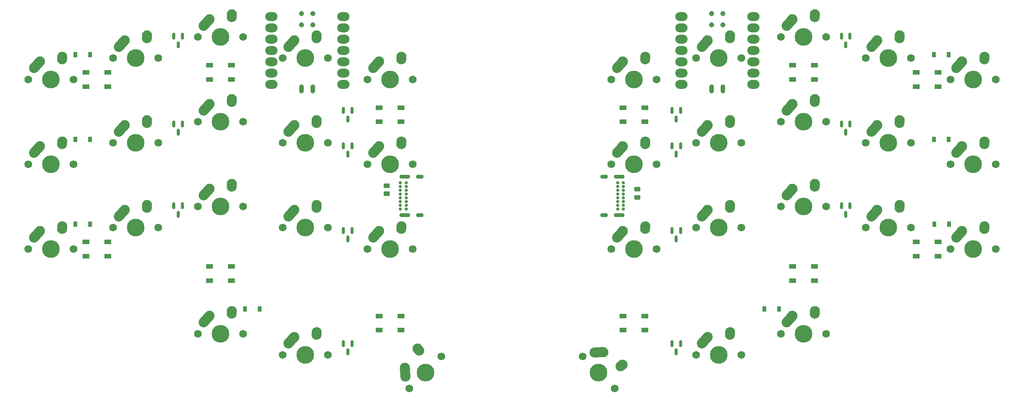
<source format=gbs>
%TF.GenerationSoftware,KiCad,Pcbnew,(5.99.0-13276-g0b59246279)*%
%TF.CreationDate,2021-11-22T01:28:44-07:00*%
%TF.ProjectId,sui,7375692e-6b69-4636-9164-5f7063625858,1*%
%TF.SameCoordinates,Original*%
%TF.FileFunction,Soldermask,Bot*%
%TF.FilePolarity,Negative*%
%FSLAX46Y46*%
G04 Gerber Fmt 4.6, Leading zero omitted, Abs format (unit mm)*
G04 Created by KiCad (PCBNEW (5.99.0-13276-g0b59246279)) date 2021-11-22 01:28:44*
%MOMM*%
%LPD*%
G01*
G04 APERTURE LIST*
G04 Aperture macros list*
%AMRoundRect*
0 Rectangle with rounded corners*
0 $1 Rounding radius*
0 $2 $3 $4 $5 $6 $7 $8 $9 X,Y pos of 4 corners*
0 Add a 4 corners polygon primitive as box body*
4,1,4,$2,$3,$4,$5,$6,$7,$8,$9,$2,$3,0*
0 Add four circle primitives for the rounded corners*
1,1,$1+$1,$2,$3*
1,1,$1+$1,$4,$5*
1,1,$1+$1,$6,$7*
1,1,$1+$1,$8,$9*
0 Add four rect primitives between the rounded corners*
20,1,$1+$1,$2,$3,$4,$5,0*
20,1,$1+$1,$4,$5,$6,$7,0*
20,1,$1+$1,$6,$7,$8,$9,0*
20,1,$1+$1,$8,$9,$2,$3,0*%
%AMHorizOval*
0 Thick line with rounded ends*
0 $1 width*
0 $2 $3 position (X,Y) of the first rounded end (center of the circle)*
0 $4 $5 position (X,Y) of the second rounded end (center of the circle)*
0 Add line between two ends*
20,1,$1,$2,$3,$4,$5,0*
0 Add two circle primitives to create the rounded ends*
1,1,$1,$2,$3*
1,1,$1,$4,$5*%
G04 Aperture macros list end*
%ADD10C,3.987800*%
%ADD11C,1.750000*%
%ADD12C,2.250000*%
%ADD13HorizOval,2.250000X0.655001X0.730000X-0.655001X-0.730000X0*%
%ADD14HorizOval,2.250000X0.020000X0.290000X-0.020000X-0.290000X0*%
%ADD15HorizOval,2.250000X-0.053032X0.979343X0.053032X-0.979343X0*%
%ADD16HorizOval,2.250000X-0.190919X0.219203X0.190919X-0.219203X0*%
%ADD17C,0.700000*%
%ADD18O,1.700000X0.900000*%
%ADD19O,2.400000X0.900000*%
%ADD20HorizOval,2.250000X0.979343X0.053032X-0.979343X-0.053032X0*%
%ADD21HorizOval,2.250000X0.219203X0.190919X-0.219203X-0.190919X0*%
%ADD22R,0.900000X1.200000*%
%ADD23R,1.500000X1.000000*%
%ADD24RoundRect,0.150000X-0.150000X0.587500X-0.150000X-0.587500X0.150000X-0.587500X0.150000X0.587500X0*%
%ADD25O,2.748280X1.998980*%
%ADD26O,1.016000X2.032000*%
%ADD27C,1.143000*%
%ADD28RoundRect,0.250000X-0.450000X0.262500X-0.450000X-0.262500X0.450000X-0.262500X0.450000X0.262500X0*%
G04 APERTURE END LIST*
D10*
%TO.C,MX13*%
X103981250Y-96837500D03*
D11*
X109061250Y-96837500D03*
X98901250Y-96837500D03*
D12*
X101481250Y-92837500D03*
D13*
X100826251Y-93567500D03*
D12*
X106521250Y-91757500D03*
D14*
X106501250Y-92047500D03*
%TD*%
D10*
%TO.C,MX30*%
X215900000Y-120650000D03*
D11*
X210820000Y-120650000D03*
X220980000Y-120650000D03*
D13*
X212745001Y-117380000D03*
D12*
X213400000Y-116650000D03*
D14*
X218420000Y-115860000D03*
D12*
X218440000Y-115570000D03*
%TD*%
D11*
%TO.C,MX34*%
X259080000Y-63500000D03*
X248920000Y-63500000D03*
D10*
X254000000Y-63500000D03*
D13*
X250845001Y-60230000D03*
D12*
X251500000Y-59500000D03*
D14*
X256520000Y-58710000D03*
D12*
X256540000Y-58420000D03*
%TD*%
D11*
%TO.C,MX15*%
X128111250Y-63500000D03*
X117951250Y-63500000D03*
D10*
X123031250Y-63500000D03*
D12*
X120531250Y-59500000D03*
D13*
X119876251Y-60230000D03*
D14*
X125551250Y-58710000D03*
D12*
X125571250Y-58420000D03*
%TD*%
D11*
%TO.C,MX11*%
X98901250Y-58737500D03*
D10*
X103981250Y-58737500D03*
D11*
X109061250Y-58737500D03*
D12*
X101481250Y-54737500D03*
D13*
X100826251Y-55467500D03*
D12*
X106521250Y-53657500D03*
D14*
X106501250Y-53947500D03*
%TD*%
D11*
%TO.C,MX29*%
X210820000Y-92075000D03*
D10*
X215900000Y-92075000D03*
D11*
X220980000Y-92075000D03*
D12*
X213400000Y-88075000D03*
D13*
X212745001Y-88805000D03*
D12*
X218440000Y-86995000D03*
D14*
X218420000Y-87285000D03*
%TD*%
D11*
%TO.C,MX2*%
X41751250Y-82550000D03*
D10*
X46831250Y-82550000D03*
D11*
X51911250Y-82550000D03*
D13*
X43676251Y-79280000D03*
D12*
X44331250Y-78550000D03*
D14*
X49351250Y-77760000D03*
D12*
X49371250Y-77470000D03*
%TD*%
D11*
%TO.C,MX18*%
X134560852Y-125789148D03*
D10*
X130968750Y-129381250D03*
D11*
X127376648Y-132973352D03*
D15*
X126425590Y-129299933D03*
D12*
X126372556Y-128320590D03*
X129172699Y-123993096D03*
D16*
X129363617Y-124212300D03*
%TD*%
D11*
%TO.C,MX7*%
X79851250Y-53975000D03*
X90011250Y-53975000D03*
D10*
X84931250Y-53975000D03*
D12*
X82431250Y-49975000D03*
D13*
X81776251Y-50705000D03*
D14*
X87451250Y-49185000D03*
D12*
X87471250Y-48895000D03*
%TD*%
D11*
%TO.C,MX8*%
X79851250Y-73025000D03*
D10*
X84931250Y-73025000D03*
D11*
X90011250Y-73025000D03*
D12*
X82431250Y-69025000D03*
D13*
X81776251Y-69755000D03*
D12*
X87471250Y-67945000D03*
D14*
X87451250Y-68235000D03*
%TD*%
D10*
%TO.C,MX28*%
X215900000Y-73025000D03*
D11*
X210820000Y-73025000D03*
X220980000Y-73025000D03*
D12*
X213400000Y-69025000D03*
D13*
X212745001Y-69755000D03*
D14*
X218420000Y-68235000D03*
D12*
X218440000Y-67945000D03*
%TD*%
D11*
%TO.C,MX36*%
X259080000Y-101600000D03*
D10*
X254000000Y-101600000D03*
D11*
X248920000Y-101600000D03*
D12*
X251500000Y-97600000D03*
D13*
X250845001Y-98330000D03*
D12*
X256540000Y-96520000D03*
D14*
X256520000Y-96810000D03*
%TD*%
D11*
%TO.C,MX1*%
X41751250Y-63500000D03*
X51911250Y-63500000D03*
D10*
X46831250Y-63500000D03*
D12*
X44331250Y-59500000D03*
D13*
X43676251Y-60230000D03*
D14*
X49351250Y-58710000D03*
D12*
X49371250Y-58420000D03*
%TD*%
D17*
%TO.C,J2*%
X175475000Y-86718750D03*
X175475000Y-87568750D03*
X175475000Y-88418750D03*
X175475000Y-89268750D03*
X175475000Y-90118750D03*
X175475000Y-90968750D03*
X175475000Y-91818750D03*
X175475000Y-92668750D03*
X174125000Y-92668750D03*
X174125000Y-91818750D03*
X174125000Y-90968750D03*
X174125000Y-90118750D03*
X174125000Y-89268750D03*
X174125000Y-88418750D03*
X174125000Y-87568750D03*
X174125000Y-86718750D03*
D18*
X171115000Y-85368750D03*
X171115000Y-94018750D03*
D19*
X174495000Y-85368750D03*
X174495000Y-94018750D03*
%TD*%
D10*
%TO.C,MX27*%
X215900000Y-53975000D03*
D11*
X210820000Y-53975000D03*
X220980000Y-53975000D03*
D12*
X213400000Y-49975000D03*
D13*
X212745001Y-50705000D03*
D12*
X218440000Y-48895000D03*
D14*
X218420000Y-49185000D03*
%TD*%
D11*
%TO.C,MX5*%
X70961250Y-77787500D03*
X60801250Y-77787500D03*
D10*
X65881250Y-77787500D03*
D13*
X62726251Y-74517500D03*
D12*
X63381250Y-73787500D03*
X68421250Y-72707500D03*
D14*
X68401250Y-72997500D03*
%TD*%
D11*
%TO.C,MX9*%
X79851250Y-92075000D03*
D10*
X84931250Y-92075000D03*
D11*
X90011250Y-92075000D03*
D13*
X81776251Y-88805000D03*
D12*
X82431250Y-88075000D03*
D14*
X87451250Y-87285000D03*
D12*
X87471250Y-86995000D03*
%TD*%
D11*
%TO.C,MX24*%
X191770000Y-77787500D03*
X201930000Y-77787500D03*
D10*
X196850000Y-77787500D03*
D12*
X194350000Y-73787500D03*
D13*
X193695001Y-74517500D03*
D12*
X199390000Y-72707500D03*
D14*
X199370000Y-72997500D03*
%TD*%
D10*
%TO.C,MX22*%
X169862500Y-129381250D03*
D11*
X166270398Y-125789148D03*
X173454602Y-132973352D03*
D20*
X169943817Y-124838090D03*
D12*
X170923160Y-124785056D03*
X175250654Y-127585199D03*
D21*
X175031450Y-127776117D03*
%TD*%
D10*
%TO.C,MX3*%
X46831250Y-101600000D03*
D11*
X41751250Y-101600000D03*
X51911250Y-101600000D03*
D12*
X44331250Y-97600000D03*
D13*
X43676251Y-98330000D03*
D12*
X49371250Y-96520000D03*
D14*
X49351250Y-96810000D03*
%TD*%
D11*
%TO.C,MX33*%
X240030000Y-96837500D03*
D10*
X234950000Y-96837500D03*
D11*
X229870000Y-96837500D03*
D12*
X232450000Y-92837500D03*
D13*
X231795001Y-93567500D03*
D12*
X237490000Y-91757500D03*
D14*
X237470000Y-92047500D03*
%TD*%
D10*
%TO.C,MX6*%
X65881250Y-96837500D03*
D11*
X70961250Y-96837500D03*
X60801250Y-96837500D03*
D12*
X63381250Y-92837500D03*
D13*
X62726251Y-93567500D03*
D12*
X68421250Y-91757500D03*
D14*
X68401250Y-92047500D03*
%TD*%
D10*
%TO.C,MX35*%
X254000000Y-82550000D03*
D11*
X248920000Y-82550000D03*
X259080000Y-82550000D03*
D12*
X251500000Y-78550000D03*
D13*
X250845001Y-79280000D03*
D12*
X256540000Y-77470000D03*
D14*
X256520000Y-77760000D03*
%TD*%
D10*
%TO.C,MX32*%
X234950000Y-77787500D03*
D11*
X240030000Y-77787500D03*
X229870000Y-77787500D03*
D12*
X232450000Y-73787500D03*
D13*
X231795001Y-74517500D03*
D14*
X237470000Y-72997500D03*
D12*
X237490000Y-72707500D03*
%TD*%
D11*
%TO.C,MX31*%
X229870000Y-58737500D03*
D10*
X234950000Y-58737500D03*
D11*
X240030000Y-58737500D03*
D12*
X232450000Y-54737500D03*
D13*
X231795001Y-55467500D03*
D12*
X237490000Y-53657500D03*
D14*
X237470000Y-53947500D03*
%TD*%
D10*
%TO.C,MX19*%
X177800000Y-63500000D03*
D11*
X182880000Y-63500000D03*
X172720000Y-63500000D03*
D13*
X174645001Y-60230000D03*
D12*
X175300000Y-59500000D03*
D14*
X180320000Y-58710000D03*
D12*
X180340000Y-58420000D03*
%TD*%
D10*
%TO.C,MX23*%
X196850000Y-58737500D03*
D11*
X201930000Y-58737500D03*
X191770000Y-58737500D03*
D12*
X194350000Y-54737500D03*
D13*
X193695001Y-55467500D03*
D14*
X199370000Y-53947500D03*
D12*
X199390000Y-53657500D03*
%TD*%
D11*
%TO.C,MX21*%
X182880000Y-101600000D03*
X172720000Y-101600000D03*
D10*
X177800000Y-101600000D03*
D12*
X175300000Y-97600000D03*
D13*
X174645001Y-98330000D03*
D14*
X180320000Y-96810000D03*
D12*
X180340000Y-96520000D03*
%TD*%
D17*
%TO.C,J1*%
X125356250Y-92668750D03*
X125356250Y-91818750D03*
X125356250Y-90968750D03*
X125356250Y-90118750D03*
X125356250Y-89268750D03*
X125356250Y-88418750D03*
X125356250Y-87568750D03*
X125356250Y-86718750D03*
X126706250Y-86718750D03*
X126706250Y-87568750D03*
X126706250Y-88418750D03*
X126706250Y-89268750D03*
X126706250Y-90118750D03*
X126706250Y-90968750D03*
X126706250Y-91818750D03*
X126706250Y-92668750D03*
D18*
X129716250Y-94018750D03*
X129716250Y-85368750D03*
D19*
X126336250Y-85368750D03*
X126336250Y-94018750D03*
%TD*%
D11*
%TO.C,MX14*%
X98901250Y-125412500D03*
D10*
X103981250Y-125412500D03*
D11*
X109061250Y-125412500D03*
D13*
X100826251Y-122142500D03*
D12*
X101481250Y-121412500D03*
X106521250Y-120332500D03*
D14*
X106501250Y-120622500D03*
%TD*%
D10*
%TO.C,MX12*%
X103981250Y-77787500D03*
D11*
X98901250Y-77787500D03*
X109061250Y-77787500D03*
D13*
X100826251Y-74517500D03*
D12*
X101481250Y-73787500D03*
X106521250Y-72707500D03*
D14*
X106501250Y-72997500D03*
%TD*%
D11*
%TO.C,MX16*%
X117951250Y-82550000D03*
X128111250Y-82550000D03*
D10*
X123031250Y-82550000D03*
D13*
X119876251Y-79280000D03*
D12*
X120531250Y-78550000D03*
D14*
X125551250Y-77760000D03*
D12*
X125571250Y-77470000D03*
%TD*%
D11*
%TO.C,MX25*%
X191770000Y-96837500D03*
D10*
X196850000Y-96837500D03*
D11*
X201930000Y-96837500D03*
D13*
X193695001Y-93567500D03*
D12*
X194350000Y-92837500D03*
X199390000Y-91757500D03*
D14*
X199370000Y-92047500D03*
%TD*%
D10*
%TO.C,MX10*%
X84931250Y-120650000D03*
D11*
X79851250Y-120650000D03*
X90011250Y-120650000D03*
D13*
X81776251Y-117380000D03*
D12*
X82431250Y-116650000D03*
X87471250Y-115570000D03*
D14*
X87451250Y-115860000D03*
%TD*%
D11*
%TO.C,MX4*%
X60801250Y-58737500D03*
D10*
X65881250Y-58737500D03*
D11*
X70961250Y-58737500D03*
D13*
X62726251Y-55467500D03*
D12*
X63381250Y-54737500D03*
D14*
X68401250Y-53947500D03*
D12*
X68421250Y-53657500D03*
%TD*%
D10*
%TO.C,MX20*%
X177800000Y-82550000D03*
D11*
X172720000Y-82550000D03*
X182880000Y-82550000D03*
D12*
X175300000Y-78550000D03*
D13*
X174645001Y-79280000D03*
D12*
X180340000Y-77470000D03*
D14*
X180320000Y-77760000D03*
%TD*%
D11*
%TO.C,MX26*%
X201930000Y-125412500D03*
X191770000Y-125412500D03*
D10*
X196850000Y-125412500D03*
D12*
X194350000Y-121412500D03*
D13*
X193695001Y-122142500D03*
D12*
X199390000Y-120332500D03*
D14*
X199370000Y-120622500D03*
%TD*%
D10*
%TO.C,MX17*%
X123031250Y-101600000D03*
D11*
X128111250Y-101600000D03*
X117951250Y-101600000D03*
D13*
X119876251Y-98330000D03*
D12*
X120531250Y-97600000D03*
D14*
X125551250Y-96810000D03*
D12*
X125571250Y-96520000D03*
%TD*%
D22*
%TO.C,D2*%
X55625000Y-76993750D03*
X52325000Y-76993750D03*
%TD*%
D23*
%TO.C,D33*%
X125481250Y-116668750D03*
X125481250Y-119868750D03*
X120581250Y-119868750D03*
X120581250Y-116668750D03*
%TD*%
%TO.C,D27*%
X125481250Y-69837500D03*
X125481250Y-73037500D03*
X120581250Y-73037500D03*
X120581250Y-69837500D03*
%TD*%
D22*
%TO.C,D22*%
X245268750Y-96043750D03*
X248568750Y-96043750D03*
%TD*%
D23*
%TO.C,D29*%
X246131250Y-100000000D03*
X246131250Y-103200000D03*
X241231250Y-103200000D03*
X241231250Y-100000000D03*
%TD*%
D24*
%TO.C,D5*%
X74456250Y-73531250D03*
X76356250Y-73531250D03*
X75406250Y-75406250D03*
%TD*%
D25*
%TO.C,U1*%
X112556290Y-49356740D03*
X112556290Y-51896740D03*
X112556290Y-54436740D03*
X112556290Y-56976740D03*
X112556290Y-59516740D03*
X112556290Y-62056740D03*
X112556290Y-64596740D03*
X96391730Y-64596740D03*
X96391730Y-62056740D03*
X96391730Y-59516740D03*
X96391730Y-56976740D03*
X96391730Y-54436740D03*
X96391730Y-51896740D03*
X96391730Y-49356740D03*
D26*
X105689410Y-65674560D03*
X103139410Y-65674560D03*
D27*
X105690607Y-48670373D03*
X103150607Y-48670373D03*
X105690607Y-51210373D03*
X103150607Y-51210373D03*
%TD*%
D23*
%TO.C,D30*%
X246131250Y-61900000D03*
X246131250Y-65100000D03*
X241231250Y-65100000D03*
X241231250Y-61900000D03*
%TD*%
D24*
%TO.C,D18*%
X224456250Y-73531250D03*
X226356250Y-73531250D03*
X225406250Y-75406250D03*
%TD*%
D28*
%TO.C,R2*%
X178593750Y-88187500D03*
X178593750Y-90012500D03*
%TD*%
D24*
%TO.C,D15*%
X186375000Y-122887500D03*
X188275000Y-122887500D03*
X187325000Y-124762500D03*
%TD*%
%TO.C,D12*%
X186375000Y-70500000D03*
X188275000Y-70500000D03*
X187325000Y-72375000D03*
%TD*%
%TO.C,D17*%
X224456250Y-53831250D03*
X226356250Y-53831250D03*
X225406250Y-55706250D03*
%TD*%
D23*
%TO.C,D32*%
X180250000Y-69837500D03*
X180250000Y-73037500D03*
X175350000Y-73037500D03*
X175350000Y-69837500D03*
%TD*%
%TO.C,D25*%
X59600000Y-61900000D03*
X59600000Y-65100000D03*
X54700000Y-65100000D03*
X54700000Y-61900000D03*
%TD*%
D22*
%TO.C,D1*%
X55625000Y-57943750D03*
X52325000Y-57943750D03*
%TD*%
%TO.C,D16*%
X207106250Y-115093750D03*
X210406250Y-115093750D03*
%TD*%
D24*
%TO.C,D10*%
X112556250Y-97487500D03*
X114456250Y-97487500D03*
X113506250Y-99362500D03*
%TD*%
%TO.C,D11*%
X112556250Y-122887500D03*
X114456250Y-122887500D03*
X113506250Y-124762500D03*
%TD*%
D25*
%TO.C,U2*%
X204631290Y-49356740D03*
X204631290Y-51896740D03*
X204631290Y-54436740D03*
X204631290Y-56976740D03*
X204631290Y-59516740D03*
X204631290Y-62056740D03*
X204631290Y-64596740D03*
X188466730Y-64596740D03*
X188466730Y-62056740D03*
X188466730Y-59516740D03*
X188466730Y-56976740D03*
X188466730Y-54436740D03*
X188466730Y-51896740D03*
X188466730Y-49356740D03*
D26*
X197764410Y-65674560D03*
X195214410Y-65674560D03*
D27*
X197765607Y-48670373D03*
X195225607Y-48670373D03*
X197765607Y-51210373D03*
X195225607Y-51210373D03*
%TD*%
D23*
%TO.C,D28*%
X218350000Y-105556250D03*
X218350000Y-108756250D03*
X213450000Y-108756250D03*
X213450000Y-105556250D03*
%TD*%
D22*
%TO.C,D3*%
X55625000Y-96043750D03*
X52325000Y-96043750D03*
%TD*%
D24*
%TO.C,D19*%
X224456250Y-91931250D03*
X226356250Y-91931250D03*
X225406250Y-93806250D03*
%TD*%
%TO.C,D9*%
X112556250Y-78437500D03*
X114456250Y-78437500D03*
X113506250Y-80312500D03*
%TD*%
D23*
%TO.C,D34*%
X180250000Y-116668750D03*
X180250000Y-119868750D03*
X175350000Y-119868750D03*
X175350000Y-116668750D03*
%TD*%
%TO.C,D26*%
X87381250Y-60312500D03*
X87381250Y-63512500D03*
X82481250Y-63512500D03*
X82481250Y-60312500D03*
%TD*%
D22*
%TO.C,D21*%
X245206250Y-76993750D03*
X248506250Y-76993750D03*
%TD*%
%TO.C,D7*%
X93725000Y-115093750D03*
X90425000Y-115093750D03*
%TD*%
D24*
%TO.C,D4*%
X74456250Y-53831250D03*
X76356250Y-53831250D03*
X75406250Y-55706250D03*
%TD*%
D22*
%TO.C,D20*%
X245206250Y-57943750D03*
X248506250Y-57943750D03*
%TD*%
D23*
%TO.C,D24*%
X59600000Y-100000000D03*
X59600000Y-103200000D03*
X54700000Y-103200000D03*
X54700000Y-100000000D03*
%TD*%
D24*
%TO.C,D13*%
X186375000Y-78437500D03*
X188275000Y-78437500D03*
X187325000Y-80312500D03*
%TD*%
D23*
%TO.C,D31*%
X218350000Y-60312500D03*
X218350000Y-63512500D03*
X213450000Y-63512500D03*
X213450000Y-60312500D03*
%TD*%
D24*
%TO.C,D6*%
X74456250Y-91931250D03*
X76356250Y-91931250D03*
X75406250Y-93806250D03*
%TD*%
D23*
%TO.C,D23*%
X87381250Y-105556250D03*
X87381250Y-108756250D03*
X82481250Y-108756250D03*
X82481250Y-105556250D03*
%TD*%
D24*
%TO.C,D14*%
X186375000Y-97487500D03*
X188275000Y-97487500D03*
X187325000Y-99362500D03*
%TD*%
D28*
%TO.C,R1*%
X122237500Y-87387500D03*
X122237500Y-89212500D03*
%TD*%
D24*
%TO.C,D8*%
X112556250Y-70500000D03*
X114456250Y-70500000D03*
X113506250Y-72375000D03*
%TD*%
M02*

</source>
